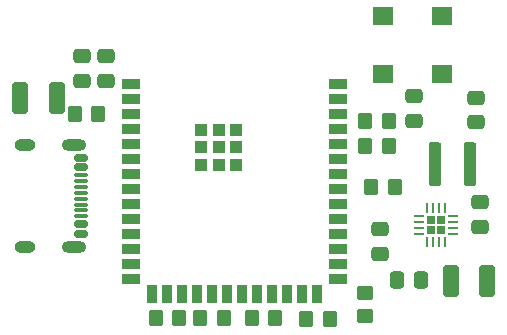
<source format=gbr>
%TF.GenerationSoftware,KiCad,Pcbnew,9.0.1*%
%TF.CreationDate,2025-05-27T02:43:24+02:00*%
%TF.ProjectId,LEDController,4c454443-6f6e-4747-926f-6c6c65722e6b,1*%
%TF.SameCoordinates,Original*%
%TF.FileFunction,Paste,Top*%
%TF.FilePolarity,Positive*%
%FSLAX46Y46*%
G04 Gerber Fmt 4.6, Leading zero omitted, Abs format (unit mm)*
G04 Created by KiCad (PCBNEW 9.0.1) date 2025-05-27 02:43:24*
%MOMM*%
%LPD*%
G01*
G04 APERTURE LIST*
G04 Aperture macros list*
%AMRoundRect*
0 Rectangle with rounded corners*
0 $1 Rounding radius*
0 $2 $3 $4 $5 $6 $7 $8 $9 X,Y pos of 4 corners*
0 Add a 4 corners polygon primitive as box body*
4,1,4,$2,$3,$4,$5,$6,$7,$8,$9,$2,$3,0*
0 Add four circle primitives for the rounded corners*
1,1,$1+$1,$2,$3*
1,1,$1+$1,$4,$5*
1,1,$1+$1,$6,$7*
1,1,$1+$1,$8,$9*
0 Add four rect primitives between the rounded corners*
20,1,$1+$1,$2,$3,$4,$5,0*
20,1,$1+$1,$4,$5,$6,$7,0*
20,1,$1+$1,$6,$7,$8,$9,0*
20,1,$1+$1,$8,$9,$2,$3,0*%
G04 Aperture macros list end*
%ADD10RoundRect,0.250000X0.337500X0.475000X-0.337500X0.475000X-0.337500X-0.475000X0.337500X-0.475000X0*%
%ADD11R,1.500000X0.900000*%
%ADD12R,0.900000X1.500000*%
%ADD13R,1.000000X1.000000*%
%ADD14RoundRect,0.250000X-0.350000X-0.450000X0.350000X-0.450000X0.350000X0.450000X-0.350000X0.450000X0*%
%ADD15RoundRect,0.250000X0.412500X1.100000X-0.412500X1.100000X-0.412500X-1.100000X0.412500X-1.100000X0*%
%ADD16RoundRect,0.250000X0.450000X-0.350000X0.450000X0.350000X-0.450000X0.350000X-0.450000X-0.350000X0*%
%ADD17R,1.700000X1.500000*%
%ADD18RoundRect,0.250000X0.350000X0.450000X-0.350000X0.450000X-0.350000X-0.450000X0.350000X-0.450000X0*%
%ADD19RoundRect,0.250000X-0.475000X0.337500X-0.475000X-0.337500X0.475000X-0.337500X0.475000X0.337500X0*%
%ADD20RoundRect,0.250000X-0.300000X-1.600000X0.300000X-1.600000X0.300000X1.600000X-0.300000X1.600000X0*%
%ADD21RoundRect,0.250000X0.475000X-0.337500X0.475000X0.337500X-0.475000X0.337500X-0.475000X-0.337500X0*%
%ADD22RoundRect,0.182500X-0.182500X0.182500X-0.182500X-0.182500X0.182500X-0.182500X0.182500X0.182500X0*%
%ADD23RoundRect,0.062500X-0.062500X0.350000X-0.062500X-0.350000X0.062500X-0.350000X0.062500X0.350000X0*%
%ADD24RoundRect,0.062500X-0.350000X0.062500X-0.350000X-0.062500X0.350000X-0.062500X0.350000X0.062500X0*%
%ADD25RoundRect,0.150000X-0.425000X0.150000X-0.425000X-0.150000X0.425000X-0.150000X0.425000X0.150000X0*%
%ADD26RoundRect,0.075000X-0.500000X0.075000X-0.500000X-0.075000X0.500000X-0.075000X0.500000X0.075000X0*%
%ADD27O,2.100000X1.000000*%
%ADD28O,1.800000X1.000000*%
%ADD29RoundRect,0.250000X-0.412500X-1.100000X0.412500X-1.100000X0.412500X1.100000X-0.412500X1.100000X0*%
G04 APERTURE END LIST*
D10*
%TO.C,C6*%
X121230300Y-73406000D03*
X119155300Y-73406000D03*
%TD*%
D11*
%TO.C,U2*%
X96684000Y-56858000D03*
X96684000Y-58128000D03*
X96684000Y-59398000D03*
X96684000Y-60668000D03*
X96684000Y-61938000D03*
X96684000Y-63208000D03*
X96684000Y-64478000D03*
X96684000Y-65748000D03*
X96684000Y-67018000D03*
X96684000Y-68288000D03*
X96684000Y-69558000D03*
X96684000Y-70828000D03*
X96684000Y-72098000D03*
X96684000Y-73368000D03*
D12*
X98449000Y-74618000D03*
X99719000Y-74618000D03*
X100989000Y-74618000D03*
X102259000Y-74618000D03*
X103529000Y-74618000D03*
X104799000Y-74618000D03*
X106069000Y-74618000D03*
X107339000Y-74618000D03*
X108609000Y-74618000D03*
X109879000Y-74618000D03*
X111149000Y-74618000D03*
X112419000Y-74618000D03*
D11*
X114184000Y-73368000D03*
X114184000Y-72098000D03*
X114184000Y-70828000D03*
X114184000Y-69558000D03*
X114184000Y-68288000D03*
X114184000Y-67018000D03*
X114184000Y-65748000D03*
X114184000Y-64478000D03*
X114184000Y-63208000D03*
X114184000Y-61938000D03*
X114184000Y-60668000D03*
X114184000Y-59398000D03*
X114184000Y-58128000D03*
X114184000Y-56858000D03*
D13*
X102574000Y-60708000D03*
X102574000Y-62208000D03*
X102574000Y-62208000D03*
X102574000Y-63708000D03*
X104074000Y-60708000D03*
X104074000Y-60708000D03*
X104074000Y-62208000D03*
X104074000Y-63708000D03*
X105574000Y-60708000D03*
X105574000Y-62208000D03*
X105574000Y-63708000D03*
%TD*%
D14*
%TO.C,R7*%
X91874000Y-59414000D03*
X93874000Y-59414000D03*
%TD*%
%TO.C,R6*%
X98748000Y-76686000D03*
X100748000Y-76686000D03*
%TD*%
D15*
%TO.C,C5*%
X90372500Y-58000000D03*
X87247500Y-58000000D03*
%TD*%
D16*
%TO.C,R9*%
X116500000Y-76500000D03*
X116500000Y-74500000D03*
%TD*%
D14*
%TO.C,R8*%
X117011000Y-65577000D03*
X119011000Y-65577000D03*
%TD*%
%TO.C,R4*%
X111500000Y-76708000D03*
X113500000Y-76708000D03*
%TD*%
D17*
%TO.C,SW2*%
X123000000Y-51100000D03*
X123000000Y-56000000D03*
%TD*%
D14*
%TO.C,R2*%
X116475000Y-62103000D03*
X118475000Y-62103000D03*
%TD*%
D18*
%TO.C,R5*%
X104526000Y-76686000D03*
X102526000Y-76686000D03*
%TD*%
D19*
%TO.C,C1*%
X125857000Y-58017500D03*
X125857000Y-60092500D03*
%TD*%
D20*
%TO.C,L1*%
X122353000Y-63582000D03*
X125353000Y-63582000D03*
%TD*%
D14*
%TO.C,R3*%
X106860000Y-76686000D03*
X108860000Y-76686000D03*
%TD*%
D17*
%TO.C,SW1*%
X118000000Y-51100000D03*
X118000000Y-56000000D03*
%TD*%
D21*
%TO.C,C8*%
X117757000Y-71186500D03*
X117757000Y-69111500D03*
%TD*%
D22*
%TO.C,U1*%
X122893000Y-68369000D03*
X122053000Y-68369000D03*
X122893000Y-69209000D03*
X122053000Y-69209000D03*
D23*
X123223000Y-67326500D03*
X122723000Y-67326500D03*
X122223000Y-67326500D03*
X121723000Y-67326500D03*
D24*
X121010500Y-68039000D03*
X121010500Y-68539000D03*
X121010500Y-69039000D03*
X121010500Y-69539000D03*
D23*
X121723000Y-70251500D03*
X122223000Y-70251500D03*
X122723000Y-70251500D03*
X123223000Y-70251500D03*
D24*
X123935500Y-69539000D03*
X123935500Y-69039000D03*
X123935500Y-68539000D03*
X123935500Y-68039000D03*
%TD*%
D25*
%TO.C,J5*%
X92425000Y-63094000D03*
X92425000Y-63894000D03*
D26*
X92425000Y-65044000D03*
X92425000Y-66044000D03*
X92425000Y-66544000D03*
X92425000Y-67544000D03*
D25*
X92425000Y-68694000D03*
X92425000Y-69494000D03*
X92425000Y-69494000D03*
X92425000Y-68694000D03*
D26*
X92425000Y-68044000D03*
X92425000Y-67044000D03*
X92425000Y-65544000D03*
X92425000Y-64544000D03*
D25*
X92425000Y-63894000D03*
X92425000Y-63094000D03*
D27*
X91850000Y-61974000D03*
D28*
X87670000Y-61974000D03*
D27*
X91850000Y-70614000D03*
D28*
X87670000Y-70614000D03*
%TD*%
D21*
%TO.C,C3*%
X94500000Y-56537500D03*
X94500000Y-54462500D03*
%TD*%
D19*
%TO.C,C9*%
X126238000Y-66857500D03*
X126238000Y-68932500D03*
%TD*%
D21*
%TO.C,C2*%
X120650000Y-59965500D03*
X120650000Y-57890500D03*
%TD*%
D29*
%TO.C,C7*%
X123708500Y-73483000D03*
X126833500Y-73483000D03*
%TD*%
D14*
%TO.C,R1*%
X116475000Y-59944000D03*
X118475000Y-59944000D03*
%TD*%
D21*
%TO.C,C4*%
X92500000Y-56537500D03*
X92500000Y-54462500D03*
%TD*%
M02*

</source>
